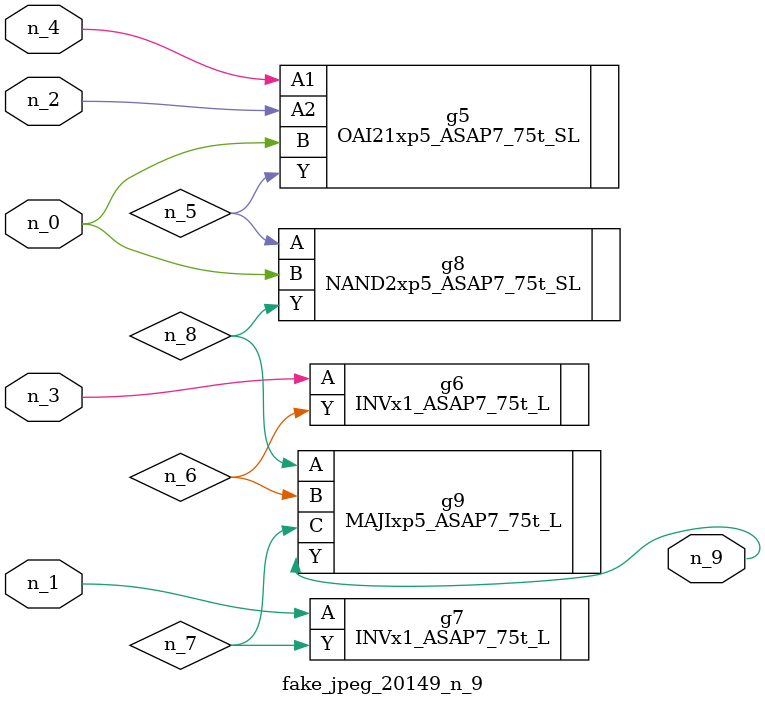
<source format=v>
module fake_jpeg_20149_n_9 (n_3, n_2, n_1, n_0, n_4, n_9);

input n_3;
input n_2;
input n_1;
input n_0;
input n_4;

output n_9;

wire n_8;
wire n_6;
wire n_5;
wire n_7;

OAI21xp5_ASAP7_75t_SL g5 ( 
.A1(n_4),
.A2(n_2),
.B(n_0),
.Y(n_5)
);

INVx1_ASAP7_75t_L g6 ( 
.A(n_3),
.Y(n_6)
);

INVx1_ASAP7_75t_L g7 ( 
.A(n_1),
.Y(n_7)
);

NAND2xp5_ASAP7_75t_SL g8 ( 
.A(n_5),
.B(n_0),
.Y(n_8)
);

MAJIxp5_ASAP7_75t_L g9 ( 
.A(n_8),
.B(n_6),
.C(n_7),
.Y(n_9)
);


endmodule
</source>
